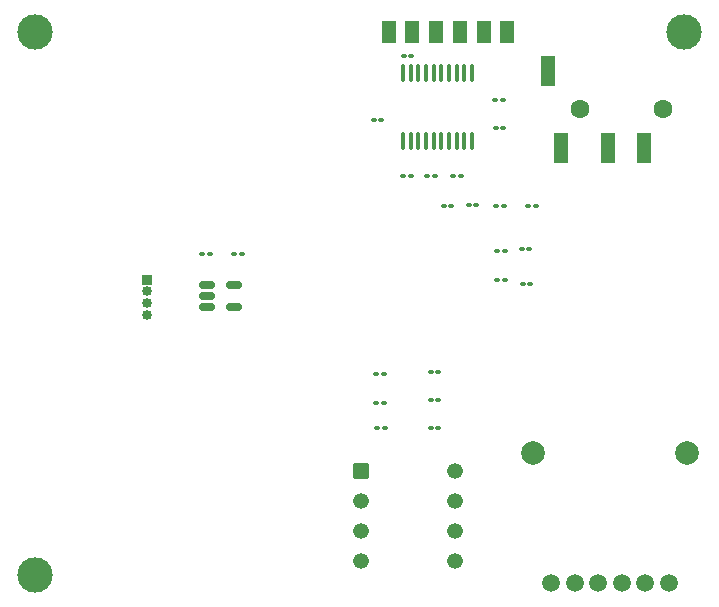
<source format=gbr>
%TF.GenerationSoftware,KiCad,Pcbnew,9.0.2*%
%TF.CreationDate,2025-08-05T13:11:18+05:30*%
%TF.ProjectId,dac,6461632e-6b69-4636-9164-5f7063625858,rev?*%
%TF.SameCoordinates,Original*%
%TF.FileFunction,Soldermask,Top*%
%TF.FilePolarity,Negative*%
%FSLAX46Y46*%
G04 Gerber Fmt 4.6, Leading zero omitted, Abs format (unit mm)*
G04 Created by KiCad (PCBNEW 9.0.2) date 2025-08-05 13:11:18*
%MOMM*%
%LPD*%
G01*
G04 APERTURE LIST*
G04 Aperture macros list*
%AMRoundRect*
0 Rectangle with rounded corners*
0 $1 Rounding radius*
0 $2 $3 $4 $5 $6 $7 $8 $9 X,Y pos of 4 corners*
0 Add a 4 corners polygon primitive as box body*
4,1,4,$2,$3,$4,$5,$6,$7,$8,$9,$2,$3,0*
0 Add four circle primitives for the rounded corners*
1,1,$1+$1,$2,$3*
1,1,$1+$1,$4,$5*
1,1,$1+$1,$6,$7*
1,1,$1+$1,$8,$9*
0 Add four rect primitives between the rounded corners*
20,1,$1+$1,$2,$3,$4,$5,0*
20,1,$1+$1,$4,$5,$6,$7,0*
20,1,$1+$1,$6,$7,$8,$9,0*
20,1,$1+$1,$8,$9,$2,$3,0*%
G04 Aperture macros list end*
%ADD10C,3.000000*%
%ADD11R,1.270000X1.905000*%
%ADD12RoundRect,0.100000X-0.130000X-0.100000X0.130000X-0.100000X0.130000X0.100000X-0.130000X0.100000X0*%
%ADD13C,1.600000*%
%ADD14R,1.200000X2.500000*%
%ADD15RoundRect,0.100000X0.130000X0.100000X-0.130000X0.100000X-0.130000X-0.100000X0.130000X-0.100000X0*%
%ADD16RoundRect,0.150000X-0.512500X-0.150000X0.512500X-0.150000X0.512500X0.150000X-0.512500X0.150000X0*%
%ADD17RoundRect,0.100000X0.100000X-0.637500X0.100000X0.637500X-0.100000X0.637500X-0.100000X-0.637500X0*%
%ADD18R,0.850000X0.850000*%
%ADD19C,0.850000*%
%ADD20RoundRect,0.102000X-0.565000X-0.565000X0.565000X-0.565000X0.565000X0.565000X-0.565000X0.565000X0*%
%ADD21C,1.334000*%
%ADD22C,2.000000*%
%ADD23C,1.500000*%
G04 APERTURE END LIST*
D10*
%TO.C,J1*%
X89700000Y-112000000D03*
X89700000Y-66000000D03*
X144700000Y-66000000D03*
D11*
X119700000Y-66000000D03*
X121652000Y-66000000D03*
X123700000Y-66000000D03*
X125700000Y-66000000D03*
X127700000Y-66000000D03*
X129700000Y-66000000D03*
%TD*%
D12*
%TO.C,C4*%
X120880000Y-78200000D03*
X121520000Y-78200000D03*
%TD*%
%TO.C,C8*%
X128735000Y-74200000D03*
X129375000Y-74200000D03*
%TD*%
D13*
%TO.C,J4*%
X142850000Y-72600000D03*
X135850000Y-72600000D03*
D14*
X138250000Y-75850000D03*
X141250000Y-75850000D03*
X133150000Y-69350000D03*
X134250000Y-75850000D03*
%TD*%
D12*
%TO.C,R4*%
X128825000Y-87025000D03*
X129465000Y-87025000D03*
%TD*%
%TO.C,R6*%
X123225000Y-97200000D03*
X123865000Y-97200000D03*
%TD*%
%TO.C,C9*%
X128680000Y-71800000D03*
X129320000Y-71800000D03*
%TD*%
%TO.C,R3*%
X126430000Y-80700000D03*
X127070000Y-80700000D03*
%TD*%
%TO.C,C15*%
X118405000Y-73475000D03*
X119045000Y-73475000D03*
%TD*%
D15*
%TO.C,C7*%
X121565000Y-68075000D03*
X120925000Y-68075000D03*
%TD*%
D12*
%TO.C,C6*%
X125135000Y-78200000D03*
X125775000Y-78200000D03*
%TD*%
D16*
%TO.C,U2*%
X104262500Y-87450000D03*
X104262500Y-88400000D03*
X104262500Y-89350000D03*
X106537500Y-89350000D03*
X106537500Y-87450000D03*
%TD*%
D17*
%TO.C,U1*%
X120875000Y-75262500D03*
X121525000Y-75262500D03*
X122175000Y-75262500D03*
X122825000Y-75262500D03*
X123475000Y-75262500D03*
X124125000Y-75262500D03*
X124775000Y-75262500D03*
X125425000Y-75262500D03*
X126075000Y-75262500D03*
X126725000Y-75262500D03*
X126725000Y-69537500D03*
X126075000Y-69537500D03*
X125425000Y-69537500D03*
X124775000Y-69537500D03*
X124125000Y-69537500D03*
X123475000Y-69537500D03*
X122825000Y-69537500D03*
X122175000Y-69537500D03*
X121525000Y-69537500D03*
X120875000Y-69537500D03*
%TD*%
D12*
%TO.C,C13*%
X118600000Y-95000000D03*
X119240000Y-95000000D03*
%TD*%
%TO.C,R7*%
X123225000Y-99600000D03*
X123865000Y-99600000D03*
%TD*%
D18*
%TO.C,J3*%
X99200000Y-87000000D03*
D19*
X99200000Y-88000000D03*
X99200000Y-89000000D03*
X99200000Y-90000000D03*
%TD*%
D12*
%TO.C,R8*%
X118700000Y-99550000D03*
X119340000Y-99550000D03*
%TD*%
%TO.C,R5*%
X123225000Y-94800000D03*
X123865000Y-94800000D03*
%TD*%
D20*
%TO.C,U3*%
X117355000Y-103240000D03*
D21*
X117355000Y-105780000D03*
X117355000Y-108320000D03*
X117355000Y-110860000D03*
X125295000Y-110860000D03*
X125295000Y-108320000D03*
X125295000Y-105780000D03*
X125295000Y-103240000D03*
%TD*%
D12*
%TO.C,R2*%
X124305000Y-80750000D03*
X124945000Y-80750000D03*
%TD*%
%TO.C,C10*%
X128760000Y-80800000D03*
X129400000Y-80800000D03*
%TD*%
%TO.C,C11*%
X131480000Y-80800000D03*
X132120000Y-80800000D03*
%TD*%
%TO.C,C1*%
X103880000Y-84800000D03*
X104520000Y-84800000D03*
%TD*%
D15*
%TO.C,C3*%
X131640000Y-87400000D03*
X131000000Y-87400000D03*
%TD*%
D22*
%TO.C,RV1*%
X131900000Y-101700000D03*
X144900000Y-101700000D03*
D23*
X137400000Y-112700000D03*
X139400000Y-112700000D03*
X141400000Y-112700000D03*
X135400000Y-112700000D03*
X133400000Y-112700000D03*
X143400000Y-112700000D03*
%TD*%
D12*
%TO.C,C14*%
X118600000Y-97450000D03*
X119240000Y-97450000D03*
%TD*%
%TO.C,C2*%
X106600000Y-84800000D03*
X107240000Y-84800000D03*
%TD*%
%TO.C,C5*%
X122935000Y-78200000D03*
X123575000Y-78200000D03*
%TD*%
%TO.C,C12*%
X130935000Y-84400000D03*
X131575000Y-84400000D03*
%TD*%
%TO.C,R1*%
X128825000Y-84625000D03*
X129465000Y-84625000D03*
%TD*%
M02*

</source>
